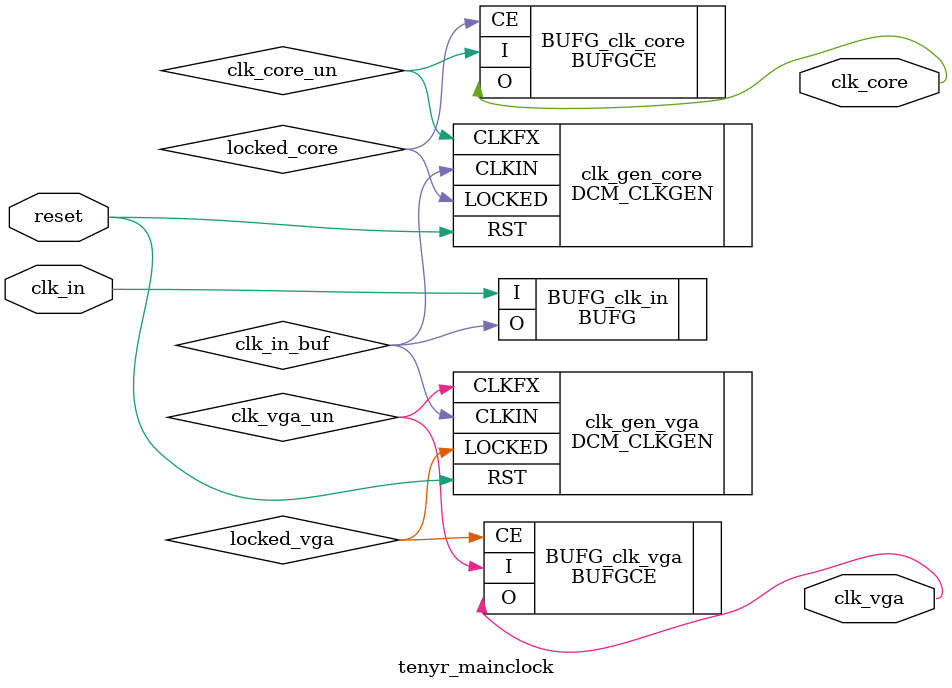
<source format=v>
`timescale 1ns/1ps
module tenyr_mainclock(input clk_in, reset, output clk_core, clk_vga);

    wire clk_sys, clk_in_buf, locked_core, locked_vga, clk_core_un, clk_vga_un;

    BUFG   BUFG_clk_in  (.I(clk_in),      .O(clk_in_buf));
    BUFGCE BUFG_clk_core(.I(clk_core_un), .O(clk_core  ), .CE(locked_core));
    BUFGCE BUFG_clk_vga (.I(clk_vga_un ), .O(clk_vga   ), .CE(locked_vga ));

    DCM_CLKGEN #(.CLKFX_DIVIDE(5), .CLKFX_MULTIPLY(4)) clk_gen_core(
        .CLKIN  ( clk_in_buf  ),
        .CLKFX  ( clk_core_un ),
        .RST    ( reset       ),
        .LOCKED ( locked_core )
    );

    DCM_CLKGEN #(.CLKFX_DIVIDE(8), .CLKFX_MULTIPLY(2)) clk_gen_vga(
        .CLKIN  ( clk_in_buf ),
        .CLKFX  ( clk_vga_un ),
        .RST    ( reset      ),
        .LOCKED ( locked_vga )
    );

endmodule

</source>
